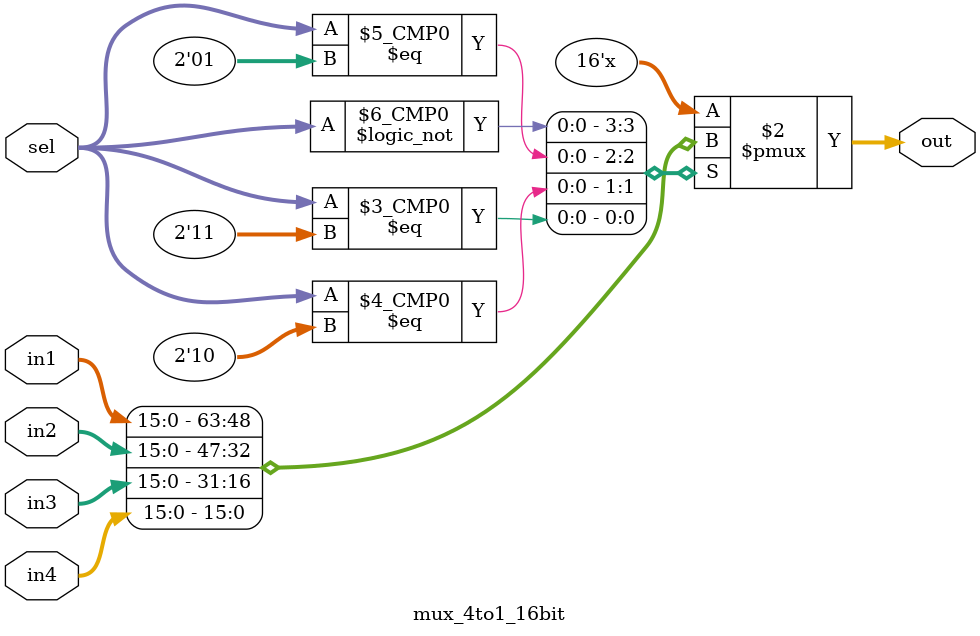
<source format=v>
module mux_4to1_16bit (in1,in2,in3,in4,sel,out);

input [15:0] in1,in2,in3,in4;
input [1:0] sel;
output reg [15:0] out;

always @ (*)
begin

case (sel)

2'b00:
out<= in1;

2'b01:
out<= in2;

2'b10:
out<= in3;

2'b11:
out<= in4;

default:
out<=16'bx;

endcase

end

endmodule 
</source>
